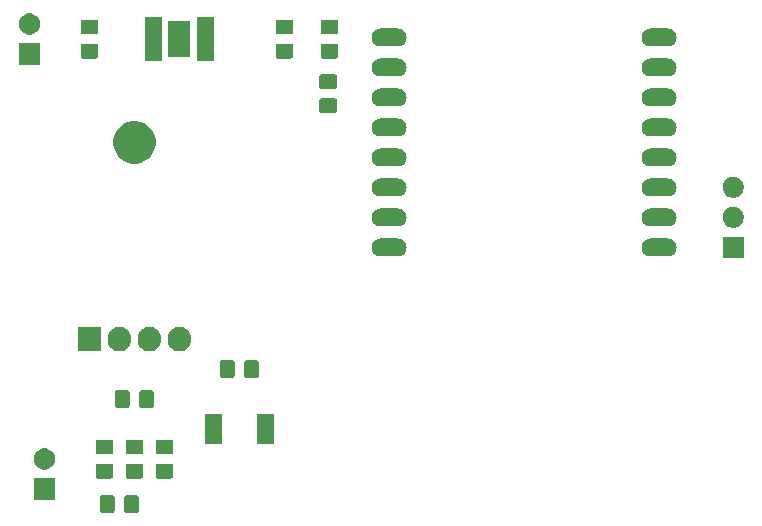
<source format=gbr>
G04 #@! TF.GenerationSoftware,KiCad,Pcbnew,5.1.5+dfsg1-2build2*
G04 #@! TF.CreationDate,2021-09-27T21:09:23+08:00*
G04 #@! TF.ProjectId,esp32-cam,65737033-322d-4636-916d-2e6b69636164,rev?*
G04 #@! TF.SameCoordinates,Original*
G04 #@! TF.FileFunction,Soldermask,Top*
G04 #@! TF.FilePolarity,Negative*
%FSLAX46Y46*%
G04 Gerber Fmt 4.6, Leading zero omitted, Abs format (unit mm)*
G04 Created by KiCad (PCBNEW 5.1.5+dfsg1-2build2) date 2021-09-27 21:09:23*
%MOMM*%
%LPD*%
G04 APERTURE LIST*
%ADD10C,0.100000*%
G04 APERTURE END LIST*
D10*
G36*
X89118674Y-116093465D02*
G01*
X89156367Y-116104899D01*
X89191103Y-116123466D01*
X89221548Y-116148452D01*
X89246534Y-116178897D01*
X89265101Y-116213633D01*
X89276535Y-116251326D01*
X89281000Y-116296661D01*
X89281000Y-117383339D01*
X89276535Y-117428674D01*
X89265101Y-117466367D01*
X89246534Y-117501103D01*
X89221548Y-117531548D01*
X89191103Y-117556534D01*
X89156367Y-117575101D01*
X89118674Y-117586535D01*
X89073339Y-117591000D01*
X88236661Y-117591000D01*
X88191326Y-117586535D01*
X88153633Y-117575101D01*
X88118897Y-117556534D01*
X88088452Y-117531548D01*
X88063466Y-117501103D01*
X88044899Y-117466367D01*
X88033465Y-117428674D01*
X88029000Y-117383339D01*
X88029000Y-116296661D01*
X88033465Y-116251326D01*
X88044899Y-116213633D01*
X88063466Y-116178897D01*
X88088452Y-116148452D01*
X88118897Y-116123466D01*
X88153633Y-116104899D01*
X88191326Y-116093465D01*
X88236661Y-116089000D01*
X89073339Y-116089000D01*
X89118674Y-116093465D01*
G37*
G36*
X87068674Y-116093465D02*
G01*
X87106367Y-116104899D01*
X87141103Y-116123466D01*
X87171548Y-116148452D01*
X87196534Y-116178897D01*
X87215101Y-116213633D01*
X87226535Y-116251326D01*
X87231000Y-116296661D01*
X87231000Y-117383339D01*
X87226535Y-117428674D01*
X87215101Y-117466367D01*
X87196534Y-117501103D01*
X87171548Y-117531548D01*
X87141103Y-117556534D01*
X87106367Y-117575101D01*
X87068674Y-117586535D01*
X87023339Y-117591000D01*
X86186661Y-117591000D01*
X86141326Y-117586535D01*
X86103633Y-117575101D01*
X86068897Y-117556534D01*
X86038452Y-117531548D01*
X86013466Y-117501103D01*
X85994899Y-117466367D01*
X85983465Y-117428674D01*
X85979000Y-117383339D01*
X85979000Y-116296661D01*
X85983465Y-116251326D01*
X85994899Y-116213633D01*
X86013466Y-116178897D01*
X86038452Y-116148452D01*
X86068897Y-116123466D01*
X86103633Y-116104899D01*
X86141326Y-116093465D01*
X86186661Y-116089000D01*
X87023339Y-116089000D01*
X87068674Y-116093465D01*
G37*
G36*
X82181000Y-116471000D02*
G01*
X80379000Y-116471000D01*
X80379000Y-114669000D01*
X82181000Y-114669000D01*
X82181000Y-116471000D01*
G37*
G36*
X89488674Y-113433465D02*
G01*
X89526367Y-113444899D01*
X89561103Y-113463466D01*
X89591548Y-113488452D01*
X89616534Y-113518897D01*
X89635101Y-113553633D01*
X89646535Y-113591326D01*
X89651000Y-113636661D01*
X89651000Y-114473339D01*
X89646535Y-114518674D01*
X89635101Y-114556367D01*
X89616534Y-114591103D01*
X89591548Y-114621548D01*
X89561103Y-114646534D01*
X89526367Y-114665101D01*
X89488674Y-114676535D01*
X89443339Y-114681000D01*
X88356661Y-114681000D01*
X88311326Y-114676535D01*
X88273633Y-114665101D01*
X88238897Y-114646534D01*
X88208452Y-114621548D01*
X88183466Y-114591103D01*
X88164899Y-114556367D01*
X88153465Y-114518674D01*
X88149000Y-114473339D01*
X88149000Y-113636661D01*
X88153465Y-113591326D01*
X88164899Y-113553633D01*
X88183466Y-113518897D01*
X88208452Y-113488452D01*
X88238897Y-113463466D01*
X88273633Y-113444899D01*
X88311326Y-113433465D01*
X88356661Y-113429000D01*
X89443339Y-113429000D01*
X89488674Y-113433465D01*
G37*
G36*
X86948674Y-113433465D02*
G01*
X86986367Y-113444899D01*
X87021103Y-113463466D01*
X87051548Y-113488452D01*
X87076534Y-113518897D01*
X87095101Y-113553633D01*
X87106535Y-113591326D01*
X87111000Y-113636661D01*
X87111000Y-114473339D01*
X87106535Y-114518674D01*
X87095101Y-114556367D01*
X87076534Y-114591103D01*
X87051548Y-114621548D01*
X87021103Y-114646534D01*
X86986367Y-114665101D01*
X86948674Y-114676535D01*
X86903339Y-114681000D01*
X85816661Y-114681000D01*
X85771326Y-114676535D01*
X85733633Y-114665101D01*
X85698897Y-114646534D01*
X85668452Y-114621548D01*
X85643466Y-114591103D01*
X85624899Y-114556367D01*
X85613465Y-114518674D01*
X85609000Y-114473339D01*
X85609000Y-113636661D01*
X85613465Y-113591326D01*
X85624899Y-113553633D01*
X85643466Y-113518897D01*
X85668452Y-113488452D01*
X85698897Y-113463466D01*
X85733633Y-113444899D01*
X85771326Y-113433465D01*
X85816661Y-113429000D01*
X86903339Y-113429000D01*
X86948674Y-113433465D01*
G37*
G36*
X92028674Y-113433465D02*
G01*
X92066367Y-113444899D01*
X92101103Y-113463466D01*
X92131548Y-113488452D01*
X92156534Y-113518897D01*
X92175101Y-113553633D01*
X92186535Y-113591326D01*
X92191000Y-113636661D01*
X92191000Y-114473339D01*
X92186535Y-114518674D01*
X92175101Y-114556367D01*
X92156534Y-114591103D01*
X92131548Y-114621548D01*
X92101103Y-114646534D01*
X92066367Y-114665101D01*
X92028674Y-114676535D01*
X91983339Y-114681000D01*
X90896661Y-114681000D01*
X90851326Y-114676535D01*
X90813633Y-114665101D01*
X90778897Y-114646534D01*
X90748452Y-114621548D01*
X90723466Y-114591103D01*
X90704899Y-114556367D01*
X90693465Y-114518674D01*
X90689000Y-114473339D01*
X90689000Y-113636661D01*
X90693465Y-113591326D01*
X90704899Y-113553633D01*
X90723466Y-113518897D01*
X90748452Y-113488452D01*
X90778897Y-113463466D01*
X90813633Y-113444899D01*
X90851326Y-113433465D01*
X90896661Y-113429000D01*
X91983339Y-113429000D01*
X92028674Y-113433465D01*
G37*
G36*
X81393512Y-112133927D02*
G01*
X81542812Y-112163624D01*
X81706784Y-112231544D01*
X81854354Y-112330147D01*
X81979853Y-112455646D01*
X82078456Y-112603216D01*
X82146376Y-112767188D01*
X82181000Y-112941259D01*
X82181000Y-113118741D01*
X82146376Y-113292812D01*
X82078456Y-113456784D01*
X81979853Y-113604354D01*
X81854354Y-113729853D01*
X81706784Y-113828456D01*
X81542812Y-113896376D01*
X81393512Y-113926073D01*
X81368742Y-113931000D01*
X81191258Y-113931000D01*
X81166488Y-113926073D01*
X81017188Y-113896376D01*
X80853216Y-113828456D01*
X80705646Y-113729853D01*
X80580147Y-113604354D01*
X80481544Y-113456784D01*
X80413624Y-113292812D01*
X80379000Y-113118741D01*
X80379000Y-112941259D01*
X80413624Y-112767188D01*
X80481544Y-112603216D01*
X80580147Y-112455646D01*
X80705646Y-112330147D01*
X80853216Y-112231544D01*
X81017188Y-112163624D01*
X81166488Y-112133927D01*
X81191258Y-112129000D01*
X81368742Y-112129000D01*
X81393512Y-112133927D01*
G37*
G36*
X86948674Y-111383465D02*
G01*
X86986367Y-111394899D01*
X87021103Y-111413466D01*
X87051548Y-111438452D01*
X87076534Y-111468897D01*
X87095101Y-111503633D01*
X87106535Y-111541326D01*
X87111000Y-111586661D01*
X87111000Y-112423339D01*
X87106535Y-112468674D01*
X87095101Y-112506367D01*
X87076534Y-112541103D01*
X87051548Y-112571548D01*
X87021103Y-112596534D01*
X86986367Y-112615101D01*
X86948674Y-112626535D01*
X86903339Y-112631000D01*
X85816661Y-112631000D01*
X85771326Y-112626535D01*
X85733633Y-112615101D01*
X85698897Y-112596534D01*
X85668452Y-112571548D01*
X85643466Y-112541103D01*
X85624899Y-112506367D01*
X85613465Y-112468674D01*
X85609000Y-112423339D01*
X85609000Y-111586661D01*
X85613465Y-111541326D01*
X85624899Y-111503633D01*
X85643466Y-111468897D01*
X85668452Y-111438452D01*
X85698897Y-111413466D01*
X85733633Y-111394899D01*
X85771326Y-111383465D01*
X85816661Y-111379000D01*
X86903339Y-111379000D01*
X86948674Y-111383465D01*
G37*
G36*
X92028674Y-111383465D02*
G01*
X92066367Y-111394899D01*
X92101103Y-111413466D01*
X92131548Y-111438452D01*
X92156534Y-111468897D01*
X92175101Y-111503633D01*
X92186535Y-111541326D01*
X92191000Y-111586661D01*
X92191000Y-112423339D01*
X92186535Y-112468674D01*
X92175101Y-112506367D01*
X92156534Y-112541103D01*
X92131548Y-112571548D01*
X92101103Y-112596534D01*
X92066367Y-112615101D01*
X92028674Y-112626535D01*
X91983339Y-112631000D01*
X90896661Y-112631000D01*
X90851326Y-112626535D01*
X90813633Y-112615101D01*
X90778897Y-112596534D01*
X90748452Y-112571548D01*
X90723466Y-112541103D01*
X90704899Y-112506367D01*
X90693465Y-112468674D01*
X90689000Y-112423339D01*
X90689000Y-111586661D01*
X90693465Y-111541326D01*
X90704899Y-111503633D01*
X90723466Y-111468897D01*
X90748452Y-111438452D01*
X90778897Y-111413466D01*
X90813633Y-111394899D01*
X90851326Y-111383465D01*
X90896661Y-111379000D01*
X91983339Y-111379000D01*
X92028674Y-111383465D01*
G37*
G36*
X89488674Y-111383465D02*
G01*
X89526367Y-111394899D01*
X89561103Y-111413466D01*
X89591548Y-111438452D01*
X89616534Y-111468897D01*
X89635101Y-111503633D01*
X89646535Y-111541326D01*
X89651000Y-111586661D01*
X89651000Y-112423339D01*
X89646535Y-112468674D01*
X89635101Y-112506367D01*
X89616534Y-112541103D01*
X89591548Y-112571548D01*
X89561103Y-112596534D01*
X89526367Y-112615101D01*
X89488674Y-112626535D01*
X89443339Y-112631000D01*
X88356661Y-112631000D01*
X88311326Y-112626535D01*
X88273633Y-112615101D01*
X88238897Y-112596534D01*
X88208452Y-112571548D01*
X88183466Y-112541103D01*
X88164899Y-112506367D01*
X88153465Y-112468674D01*
X88149000Y-112423339D01*
X88149000Y-111586661D01*
X88153465Y-111541326D01*
X88164899Y-111503633D01*
X88183466Y-111468897D01*
X88208452Y-111438452D01*
X88238897Y-111413466D01*
X88273633Y-111394899D01*
X88311326Y-111383465D01*
X88356661Y-111379000D01*
X89443339Y-111379000D01*
X89488674Y-111383465D01*
G37*
G36*
X96291600Y-111719560D02*
G01*
X94868800Y-111719560D01*
X94868800Y-109260440D01*
X96291600Y-109260440D01*
X96291600Y-111719560D01*
G37*
G36*
X100711200Y-111719560D02*
G01*
X99288400Y-111719560D01*
X99288400Y-109260440D01*
X100711200Y-109260440D01*
X100711200Y-111719560D01*
G37*
G36*
X90388674Y-107203465D02*
G01*
X90426367Y-107214899D01*
X90461103Y-107233466D01*
X90491548Y-107258452D01*
X90516534Y-107288897D01*
X90535101Y-107323633D01*
X90546535Y-107361326D01*
X90551000Y-107406661D01*
X90551000Y-108493339D01*
X90546535Y-108538674D01*
X90535101Y-108576367D01*
X90516534Y-108611103D01*
X90491548Y-108641548D01*
X90461103Y-108666534D01*
X90426367Y-108685101D01*
X90388674Y-108696535D01*
X90343339Y-108701000D01*
X89506661Y-108701000D01*
X89461326Y-108696535D01*
X89423633Y-108685101D01*
X89388897Y-108666534D01*
X89358452Y-108641548D01*
X89333466Y-108611103D01*
X89314899Y-108576367D01*
X89303465Y-108538674D01*
X89299000Y-108493339D01*
X89299000Y-107406661D01*
X89303465Y-107361326D01*
X89314899Y-107323633D01*
X89333466Y-107288897D01*
X89358452Y-107258452D01*
X89388897Y-107233466D01*
X89423633Y-107214899D01*
X89461326Y-107203465D01*
X89506661Y-107199000D01*
X90343339Y-107199000D01*
X90388674Y-107203465D01*
G37*
G36*
X88338674Y-107203465D02*
G01*
X88376367Y-107214899D01*
X88411103Y-107233466D01*
X88441548Y-107258452D01*
X88466534Y-107288897D01*
X88485101Y-107323633D01*
X88496535Y-107361326D01*
X88501000Y-107406661D01*
X88501000Y-108493339D01*
X88496535Y-108538674D01*
X88485101Y-108576367D01*
X88466534Y-108611103D01*
X88441548Y-108641548D01*
X88411103Y-108666534D01*
X88376367Y-108685101D01*
X88338674Y-108696535D01*
X88293339Y-108701000D01*
X87456661Y-108701000D01*
X87411326Y-108696535D01*
X87373633Y-108685101D01*
X87338897Y-108666534D01*
X87308452Y-108641548D01*
X87283466Y-108611103D01*
X87264899Y-108576367D01*
X87253465Y-108538674D01*
X87249000Y-108493339D01*
X87249000Y-107406661D01*
X87253465Y-107361326D01*
X87264899Y-107323633D01*
X87283466Y-107288897D01*
X87308452Y-107258452D01*
X87338897Y-107233466D01*
X87373633Y-107214899D01*
X87411326Y-107203465D01*
X87456661Y-107199000D01*
X88293339Y-107199000D01*
X88338674Y-107203465D01*
G37*
G36*
X97228674Y-104663465D02*
G01*
X97266367Y-104674899D01*
X97301103Y-104693466D01*
X97331548Y-104718452D01*
X97356534Y-104748897D01*
X97375101Y-104783633D01*
X97386535Y-104821326D01*
X97391000Y-104866661D01*
X97391000Y-105953339D01*
X97386535Y-105998674D01*
X97375101Y-106036367D01*
X97356534Y-106071103D01*
X97331548Y-106101548D01*
X97301103Y-106126534D01*
X97266367Y-106145101D01*
X97228674Y-106156535D01*
X97183339Y-106161000D01*
X96346661Y-106161000D01*
X96301326Y-106156535D01*
X96263633Y-106145101D01*
X96228897Y-106126534D01*
X96198452Y-106101548D01*
X96173466Y-106071103D01*
X96154899Y-106036367D01*
X96143465Y-105998674D01*
X96139000Y-105953339D01*
X96139000Y-104866661D01*
X96143465Y-104821326D01*
X96154899Y-104783633D01*
X96173466Y-104748897D01*
X96198452Y-104718452D01*
X96228897Y-104693466D01*
X96263633Y-104674899D01*
X96301326Y-104663465D01*
X96346661Y-104659000D01*
X97183339Y-104659000D01*
X97228674Y-104663465D01*
G37*
G36*
X99278674Y-104663465D02*
G01*
X99316367Y-104674899D01*
X99351103Y-104693466D01*
X99381548Y-104718452D01*
X99406534Y-104748897D01*
X99425101Y-104783633D01*
X99436535Y-104821326D01*
X99441000Y-104866661D01*
X99441000Y-105953339D01*
X99436535Y-105998674D01*
X99425101Y-106036367D01*
X99406534Y-106071103D01*
X99381548Y-106101548D01*
X99351103Y-106126534D01*
X99316367Y-106145101D01*
X99278674Y-106156535D01*
X99233339Y-106161000D01*
X98396661Y-106161000D01*
X98351326Y-106156535D01*
X98313633Y-106145101D01*
X98278897Y-106126534D01*
X98248452Y-106101548D01*
X98223466Y-106071103D01*
X98204899Y-106036367D01*
X98193465Y-105998674D01*
X98189000Y-105953339D01*
X98189000Y-104866661D01*
X98193465Y-104821326D01*
X98204899Y-104783633D01*
X98223466Y-104748897D01*
X98248452Y-104718452D01*
X98278897Y-104693466D01*
X98313633Y-104674899D01*
X98351326Y-104663465D01*
X98396661Y-104659000D01*
X99233339Y-104659000D01*
X99278674Y-104663465D01*
G37*
G36*
X92906719Y-101833520D02*
G01*
X93095880Y-101890901D01*
X93095883Y-101890902D01*
X93188333Y-101940318D01*
X93270212Y-101984083D01*
X93423015Y-102109485D01*
X93548417Y-102262288D01*
X93641599Y-102436619D01*
X93698980Y-102625780D01*
X93713500Y-102773206D01*
X93713500Y-102966793D01*
X93698980Y-103114219D01*
X93641599Y-103303380D01*
X93641598Y-103303383D01*
X93592182Y-103395833D01*
X93548417Y-103477712D01*
X93423015Y-103630515D01*
X93270212Y-103755917D01*
X93095881Y-103849099D01*
X92906720Y-103906480D01*
X92710000Y-103925855D01*
X92513281Y-103906480D01*
X92324120Y-103849099D01*
X92149788Y-103755917D01*
X91996985Y-103630515D01*
X91871583Y-103477712D01*
X91778401Y-103303381D01*
X91721020Y-103114220D01*
X91706500Y-102966794D01*
X91706500Y-102773207D01*
X91721020Y-102625781D01*
X91778401Y-102436620D01*
X91778402Y-102436617D01*
X91827818Y-102344167D01*
X91871583Y-102262288D01*
X91996985Y-102109485D01*
X92149788Y-101984083D01*
X92324119Y-101890901D01*
X92513280Y-101833520D01*
X92710000Y-101814145D01*
X92906719Y-101833520D01*
G37*
G36*
X90366719Y-101833520D02*
G01*
X90555880Y-101890901D01*
X90555883Y-101890902D01*
X90648333Y-101940318D01*
X90730212Y-101984083D01*
X90883015Y-102109485D01*
X91008417Y-102262288D01*
X91101599Y-102436619D01*
X91158980Y-102625780D01*
X91173500Y-102773206D01*
X91173500Y-102966793D01*
X91158980Y-103114219D01*
X91101599Y-103303380D01*
X91101598Y-103303383D01*
X91052182Y-103395833D01*
X91008417Y-103477712D01*
X90883015Y-103630515D01*
X90730212Y-103755917D01*
X90555881Y-103849099D01*
X90366720Y-103906480D01*
X90170000Y-103925855D01*
X89973281Y-103906480D01*
X89784120Y-103849099D01*
X89609788Y-103755917D01*
X89456985Y-103630515D01*
X89331583Y-103477712D01*
X89238401Y-103303381D01*
X89181020Y-103114220D01*
X89166500Y-102966794D01*
X89166500Y-102773207D01*
X89181020Y-102625781D01*
X89238401Y-102436620D01*
X89238402Y-102436617D01*
X89287818Y-102344167D01*
X89331583Y-102262288D01*
X89456985Y-102109485D01*
X89609788Y-101984083D01*
X89784119Y-101890901D01*
X89973280Y-101833520D01*
X90170000Y-101814145D01*
X90366719Y-101833520D01*
G37*
G36*
X87826719Y-101833520D02*
G01*
X88015880Y-101890901D01*
X88015883Y-101890902D01*
X88108333Y-101940318D01*
X88190212Y-101984083D01*
X88343015Y-102109485D01*
X88468417Y-102262288D01*
X88561599Y-102436619D01*
X88618980Y-102625780D01*
X88633500Y-102773206D01*
X88633500Y-102966793D01*
X88618980Y-103114219D01*
X88561599Y-103303380D01*
X88561598Y-103303383D01*
X88512182Y-103395833D01*
X88468417Y-103477712D01*
X88343015Y-103630515D01*
X88190212Y-103755917D01*
X88015881Y-103849099D01*
X87826720Y-103906480D01*
X87630000Y-103925855D01*
X87433281Y-103906480D01*
X87244120Y-103849099D01*
X87069788Y-103755917D01*
X86916985Y-103630515D01*
X86791583Y-103477712D01*
X86698401Y-103303381D01*
X86641020Y-103114220D01*
X86626500Y-102966794D01*
X86626500Y-102773207D01*
X86641020Y-102625781D01*
X86698401Y-102436620D01*
X86698402Y-102436617D01*
X86747818Y-102344167D01*
X86791583Y-102262288D01*
X86916985Y-102109485D01*
X87069788Y-101984083D01*
X87244119Y-101890901D01*
X87433280Y-101833520D01*
X87630000Y-101814145D01*
X87826719Y-101833520D01*
G37*
G36*
X86093500Y-103921000D02*
G01*
X84086500Y-103921000D01*
X84086500Y-101819000D01*
X86093500Y-101819000D01*
X86093500Y-103921000D01*
G37*
G36*
X140501000Y-96001000D02*
G01*
X138699000Y-96001000D01*
X138699000Y-94199000D01*
X140501000Y-94199000D01*
X140501000Y-96001000D01*
G37*
G36*
X134134626Y-94363315D02*
G01*
X134190617Y-94368829D01*
X134296908Y-94401072D01*
X134334296Y-94412414D01*
X134466703Y-94483187D01*
X134582764Y-94578436D01*
X134678013Y-94694497D01*
X134748786Y-94826904D01*
X134748787Y-94826908D01*
X134792371Y-94970583D01*
X134807087Y-95120000D01*
X134792371Y-95269417D01*
X134760128Y-95375708D01*
X134748786Y-95413096D01*
X134678013Y-95545503D01*
X134582764Y-95661564D01*
X134466703Y-95756813D01*
X134334296Y-95827586D01*
X134296908Y-95838928D01*
X134190617Y-95871171D01*
X134134626Y-95876686D01*
X134078637Y-95882200D01*
X132581363Y-95882200D01*
X132525374Y-95876686D01*
X132469383Y-95871171D01*
X132363092Y-95838928D01*
X132325704Y-95827586D01*
X132193297Y-95756813D01*
X132077236Y-95661564D01*
X131981987Y-95545503D01*
X131911214Y-95413096D01*
X131899872Y-95375708D01*
X131867629Y-95269417D01*
X131852913Y-95120000D01*
X131867629Y-94970583D01*
X131911213Y-94826908D01*
X131911214Y-94826904D01*
X131981987Y-94694497D01*
X132077236Y-94578436D01*
X132193297Y-94483187D01*
X132325704Y-94412414D01*
X132363092Y-94401072D01*
X132469383Y-94368829D01*
X132525374Y-94363315D01*
X132581363Y-94357800D01*
X134078637Y-94357800D01*
X134134626Y-94363315D01*
G37*
G36*
X111274626Y-94363315D02*
G01*
X111330617Y-94368829D01*
X111436908Y-94401072D01*
X111474296Y-94412414D01*
X111606703Y-94483187D01*
X111722764Y-94578436D01*
X111818013Y-94694497D01*
X111888786Y-94826904D01*
X111888787Y-94826908D01*
X111932371Y-94970583D01*
X111947087Y-95120000D01*
X111932371Y-95269417D01*
X111900128Y-95375708D01*
X111888786Y-95413096D01*
X111818013Y-95545503D01*
X111722764Y-95661564D01*
X111606703Y-95756813D01*
X111474296Y-95827586D01*
X111436908Y-95838928D01*
X111330617Y-95871171D01*
X111274626Y-95876686D01*
X111218637Y-95882200D01*
X109721363Y-95882200D01*
X109665374Y-95876686D01*
X109609383Y-95871171D01*
X109503092Y-95838928D01*
X109465704Y-95827586D01*
X109333297Y-95756813D01*
X109217236Y-95661564D01*
X109121987Y-95545503D01*
X109051214Y-95413096D01*
X109039872Y-95375708D01*
X109007629Y-95269417D01*
X108992913Y-95120000D01*
X109007629Y-94970583D01*
X109051213Y-94826908D01*
X109051214Y-94826904D01*
X109121987Y-94694497D01*
X109217236Y-94578436D01*
X109333297Y-94483187D01*
X109465704Y-94412414D01*
X109503092Y-94401072D01*
X109609383Y-94368829D01*
X109665374Y-94363315D01*
X109721363Y-94357800D01*
X111218637Y-94357800D01*
X111274626Y-94363315D01*
G37*
G36*
X139713512Y-91663927D02*
G01*
X139862812Y-91693624D01*
X140026784Y-91761544D01*
X140174354Y-91860147D01*
X140299853Y-91985646D01*
X140398456Y-92133216D01*
X140466376Y-92297188D01*
X140501000Y-92471259D01*
X140501000Y-92648741D01*
X140466376Y-92822812D01*
X140398456Y-92986784D01*
X140299853Y-93134354D01*
X140174354Y-93259853D01*
X140026784Y-93358456D01*
X139862812Y-93426376D01*
X139713512Y-93456073D01*
X139688742Y-93461000D01*
X139511258Y-93461000D01*
X139486488Y-93456073D01*
X139337188Y-93426376D01*
X139173216Y-93358456D01*
X139025646Y-93259853D01*
X138900147Y-93134354D01*
X138801544Y-92986784D01*
X138733624Y-92822812D01*
X138699000Y-92648741D01*
X138699000Y-92471259D01*
X138733624Y-92297188D01*
X138801544Y-92133216D01*
X138900147Y-91985646D01*
X139025646Y-91860147D01*
X139173216Y-91761544D01*
X139337188Y-91693624D01*
X139486488Y-91663927D01*
X139511258Y-91659000D01*
X139688742Y-91659000D01*
X139713512Y-91663927D01*
G37*
G36*
X134134626Y-91823314D02*
G01*
X134190617Y-91828829D01*
X134293857Y-91860147D01*
X134334296Y-91872414D01*
X134466703Y-91943187D01*
X134582764Y-92038436D01*
X134678013Y-92154497D01*
X134748786Y-92286904D01*
X134751906Y-92297189D01*
X134792371Y-92430583D01*
X134807087Y-92580000D01*
X134792371Y-92729417D01*
X134760128Y-92835708D01*
X134748786Y-92873096D01*
X134678013Y-93005503D01*
X134582764Y-93121564D01*
X134466703Y-93216813D01*
X134334296Y-93287586D01*
X134296908Y-93298928D01*
X134190617Y-93331171D01*
X134134626Y-93336686D01*
X134078637Y-93342200D01*
X132581363Y-93342200D01*
X132525374Y-93336686D01*
X132469383Y-93331171D01*
X132363092Y-93298928D01*
X132325704Y-93287586D01*
X132193297Y-93216813D01*
X132077236Y-93121564D01*
X131981987Y-93005503D01*
X131911214Y-92873096D01*
X131899872Y-92835708D01*
X131867629Y-92729417D01*
X131852913Y-92580000D01*
X131867629Y-92430583D01*
X131908094Y-92297189D01*
X131911214Y-92286904D01*
X131981987Y-92154497D01*
X132077236Y-92038436D01*
X132193297Y-91943187D01*
X132325704Y-91872414D01*
X132366143Y-91860147D01*
X132469383Y-91828829D01*
X132525374Y-91823314D01*
X132581363Y-91817800D01*
X134078637Y-91817800D01*
X134134626Y-91823314D01*
G37*
G36*
X111274626Y-91823314D02*
G01*
X111330617Y-91828829D01*
X111433857Y-91860147D01*
X111474296Y-91872414D01*
X111606703Y-91943187D01*
X111722764Y-92038436D01*
X111818013Y-92154497D01*
X111888786Y-92286904D01*
X111891906Y-92297189D01*
X111932371Y-92430583D01*
X111947087Y-92580000D01*
X111932371Y-92729417D01*
X111900128Y-92835708D01*
X111888786Y-92873096D01*
X111818013Y-93005503D01*
X111722764Y-93121564D01*
X111606703Y-93216813D01*
X111474296Y-93287586D01*
X111436908Y-93298928D01*
X111330617Y-93331171D01*
X111274626Y-93336686D01*
X111218637Y-93342200D01*
X109721363Y-93342200D01*
X109665374Y-93336686D01*
X109609383Y-93331171D01*
X109503092Y-93298928D01*
X109465704Y-93287586D01*
X109333297Y-93216813D01*
X109217236Y-93121564D01*
X109121987Y-93005503D01*
X109051214Y-92873096D01*
X109039872Y-92835708D01*
X109007629Y-92729417D01*
X108992913Y-92580000D01*
X109007629Y-92430583D01*
X109048094Y-92297189D01*
X109051214Y-92286904D01*
X109121987Y-92154497D01*
X109217236Y-92038436D01*
X109333297Y-91943187D01*
X109465704Y-91872414D01*
X109506143Y-91860147D01*
X109609383Y-91828829D01*
X109665374Y-91823314D01*
X109721363Y-91817800D01*
X111218637Y-91817800D01*
X111274626Y-91823314D01*
G37*
G36*
X139713512Y-89123927D02*
G01*
X139862812Y-89153624D01*
X140026784Y-89221544D01*
X140174354Y-89320147D01*
X140299853Y-89445646D01*
X140398456Y-89593216D01*
X140466376Y-89757188D01*
X140501000Y-89931259D01*
X140501000Y-90108741D01*
X140466376Y-90282812D01*
X140398456Y-90446784D01*
X140299853Y-90594354D01*
X140174354Y-90719853D01*
X140026784Y-90818456D01*
X139862812Y-90886376D01*
X139713512Y-90916073D01*
X139688742Y-90921000D01*
X139511258Y-90921000D01*
X139486488Y-90916073D01*
X139337188Y-90886376D01*
X139173216Y-90818456D01*
X139025646Y-90719853D01*
X138900147Y-90594354D01*
X138801544Y-90446784D01*
X138733624Y-90282812D01*
X138699000Y-90108741D01*
X138699000Y-89931259D01*
X138733624Y-89757188D01*
X138801544Y-89593216D01*
X138900147Y-89445646D01*
X139025646Y-89320147D01*
X139173216Y-89221544D01*
X139337188Y-89153624D01*
X139486488Y-89123927D01*
X139511258Y-89119000D01*
X139688742Y-89119000D01*
X139713512Y-89123927D01*
G37*
G36*
X111274626Y-89283314D02*
G01*
X111330617Y-89288829D01*
X111433857Y-89320147D01*
X111474296Y-89332414D01*
X111606703Y-89403187D01*
X111722764Y-89498436D01*
X111818013Y-89614497D01*
X111888786Y-89746904D01*
X111891906Y-89757189D01*
X111932371Y-89890583D01*
X111947087Y-90040000D01*
X111932371Y-90189417D01*
X111900128Y-90295708D01*
X111888786Y-90333096D01*
X111818013Y-90465503D01*
X111722764Y-90581564D01*
X111606703Y-90676813D01*
X111474296Y-90747586D01*
X111436908Y-90758928D01*
X111330617Y-90791171D01*
X111274626Y-90796686D01*
X111218637Y-90802200D01*
X109721363Y-90802200D01*
X109665374Y-90796686D01*
X109609383Y-90791171D01*
X109503092Y-90758928D01*
X109465704Y-90747586D01*
X109333297Y-90676813D01*
X109217236Y-90581564D01*
X109121987Y-90465503D01*
X109051214Y-90333096D01*
X109039872Y-90295708D01*
X109007629Y-90189417D01*
X108992913Y-90040000D01*
X109007629Y-89890583D01*
X109048094Y-89757189D01*
X109051214Y-89746904D01*
X109121987Y-89614497D01*
X109217236Y-89498436D01*
X109333297Y-89403187D01*
X109465704Y-89332414D01*
X109506143Y-89320147D01*
X109609383Y-89288829D01*
X109665374Y-89283314D01*
X109721363Y-89277800D01*
X111218637Y-89277800D01*
X111274626Y-89283314D01*
G37*
G36*
X134134626Y-89283314D02*
G01*
X134190617Y-89288829D01*
X134293857Y-89320147D01*
X134334296Y-89332414D01*
X134466703Y-89403187D01*
X134582764Y-89498436D01*
X134678013Y-89614497D01*
X134748786Y-89746904D01*
X134751906Y-89757189D01*
X134792371Y-89890583D01*
X134807087Y-90040000D01*
X134792371Y-90189417D01*
X134760128Y-90295708D01*
X134748786Y-90333096D01*
X134678013Y-90465503D01*
X134582764Y-90581564D01*
X134466703Y-90676813D01*
X134334296Y-90747586D01*
X134296908Y-90758928D01*
X134190617Y-90791171D01*
X134134626Y-90796686D01*
X134078637Y-90802200D01*
X132581363Y-90802200D01*
X132525374Y-90796686D01*
X132469383Y-90791171D01*
X132363092Y-90758928D01*
X132325704Y-90747586D01*
X132193297Y-90676813D01*
X132077236Y-90581564D01*
X131981987Y-90465503D01*
X131911214Y-90333096D01*
X131899872Y-90295708D01*
X131867629Y-90189417D01*
X131852913Y-90040000D01*
X131867629Y-89890583D01*
X131908094Y-89757189D01*
X131911214Y-89746904D01*
X131981987Y-89614497D01*
X132077236Y-89498436D01*
X132193297Y-89403187D01*
X132325704Y-89332414D01*
X132366143Y-89320147D01*
X132469383Y-89288829D01*
X132525374Y-89283314D01*
X132581363Y-89277800D01*
X134078637Y-89277800D01*
X134134626Y-89283314D01*
G37*
G36*
X111274626Y-86743314D02*
G01*
X111330617Y-86748829D01*
X111436908Y-86781072D01*
X111474296Y-86792414D01*
X111606703Y-86863187D01*
X111722764Y-86958436D01*
X111818013Y-87074497D01*
X111888786Y-87206904D01*
X111888787Y-87206908D01*
X111932371Y-87350583D01*
X111947087Y-87500000D01*
X111932371Y-87649417D01*
X111900128Y-87755708D01*
X111888786Y-87793096D01*
X111818013Y-87925503D01*
X111722764Y-88041564D01*
X111606703Y-88136813D01*
X111474296Y-88207586D01*
X111436908Y-88218928D01*
X111330617Y-88251171D01*
X111274626Y-88256685D01*
X111218637Y-88262200D01*
X109721363Y-88262200D01*
X109665374Y-88256685D01*
X109609383Y-88251171D01*
X109503092Y-88218928D01*
X109465704Y-88207586D01*
X109333297Y-88136813D01*
X109217236Y-88041564D01*
X109121987Y-87925503D01*
X109051214Y-87793096D01*
X109039872Y-87755708D01*
X109007629Y-87649417D01*
X108992913Y-87500000D01*
X109007629Y-87350583D01*
X109051213Y-87206908D01*
X109051214Y-87206904D01*
X109121987Y-87074497D01*
X109217236Y-86958436D01*
X109333297Y-86863187D01*
X109465704Y-86792414D01*
X109503092Y-86781072D01*
X109609383Y-86748829D01*
X109665374Y-86743314D01*
X109721363Y-86737800D01*
X111218637Y-86737800D01*
X111274626Y-86743314D01*
G37*
G36*
X134134626Y-86743314D02*
G01*
X134190617Y-86748829D01*
X134296908Y-86781072D01*
X134334296Y-86792414D01*
X134466703Y-86863187D01*
X134582764Y-86958436D01*
X134678013Y-87074497D01*
X134748786Y-87206904D01*
X134748787Y-87206908D01*
X134792371Y-87350583D01*
X134807087Y-87500000D01*
X134792371Y-87649417D01*
X134760128Y-87755708D01*
X134748786Y-87793096D01*
X134678013Y-87925503D01*
X134582764Y-88041564D01*
X134466703Y-88136813D01*
X134334296Y-88207586D01*
X134296908Y-88218928D01*
X134190617Y-88251171D01*
X134134626Y-88256685D01*
X134078637Y-88262200D01*
X132581363Y-88262200D01*
X132525374Y-88256685D01*
X132469383Y-88251171D01*
X132363092Y-88218928D01*
X132325704Y-88207586D01*
X132193297Y-88136813D01*
X132077236Y-88041564D01*
X131981987Y-87925503D01*
X131911214Y-87793096D01*
X131899872Y-87755708D01*
X131867629Y-87649417D01*
X131852913Y-87500000D01*
X131867629Y-87350583D01*
X131911213Y-87206908D01*
X131911214Y-87206904D01*
X131981987Y-87074497D01*
X132077236Y-86958436D01*
X132193297Y-86863187D01*
X132325704Y-86792414D01*
X132363092Y-86781072D01*
X132469383Y-86748829D01*
X132525374Y-86743314D01*
X132581363Y-86737800D01*
X134078637Y-86737800D01*
X134134626Y-86743314D01*
G37*
G36*
X89425331Y-84478211D02*
G01*
X89753092Y-84613974D01*
X90048070Y-84811072D01*
X90298928Y-85061930D01*
X90496026Y-85356908D01*
X90631789Y-85684669D01*
X90701000Y-86032616D01*
X90701000Y-86387384D01*
X90631789Y-86735331D01*
X90496026Y-87063092D01*
X90298928Y-87358070D01*
X90048070Y-87608928D01*
X89753092Y-87806026D01*
X89425331Y-87941789D01*
X89077384Y-88011000D01*
X88722616Y-88011000D01*
X88374669Y-87941789D01*
X88046908Y-87806026D01*
X87751930Y-87608928D01*
X87501072Y-87358070D01*
X87303974Y-87063092D01*
X87168211Y-86735331D01*
X87099000Y-86387384D01*
X87099000Y-86032616D01*
X87168211Y-85684669D01*
X87303974Y-85356908D01*
X87501072Y-85061930D01*
X87751930Y-84811072D01*
X88046908Y-84613974D01*
X88374669Y-84478211D01*
X88722616Y-84409000D01*
X89077384Y-84409000D01*
X89425331Y-84478211D01*
G37*
G36*
X134134626Y-84203314D02*
G01*
X134190617Y-84208829D01*
X134296908Y-84241072D01*
X134334296Y-84252414D01*
X134466703Y-84323187D01*
X134582764Y-84418436D01*
X134678013Y-84534497D01*
X134748786Y-84666904D01*
X134748787Y-84666908D01*
X134792371Y-84810583D01*
X134807087Y-84960000D01*
X134792371Y-85109417D01*
X134760128Y-85215708D01*
X134748786Y-85253096D01*
X134678013Y-85385503D01*
X134582764Y-85501564D01*
X134466703Y-85596813D01*
X134334296Y-85667586D01*
X134296908Y-85678928D01*
X134190617Y-85711171D01*
X134134626Y-85716685D01*
X134078637Y-85722200D01*
X132581363Y-85722200D01*
X132525374Y-85716685D01*
X132469383Y-85711171D01*
X132363092Y-85678928D01*
X132325704Y-85667586D01*
X132193297Y-85596813D01*
X132077236Y-85501564D01*
X131981987Y-85385503D01*
X131911214Y-85253096D01*
X131899872Y-85215708D01*
X131867629Y-85109417D01*
X131852913Y-84960000D01*
X131867629Y-84810583D01*
X131911213Y-84666908D01*
X131911214Y-84666904D01*
X131981987Y-84534497D01*
X132077236Y-84418436D01*
X132193297Y-84323187D01*
X132325704Y-84252414D01*
X132363092Y-84241072D01*
X132469383Y-84208829D01*
X132525374Y-84203314D01*
X132581363Y-84197800D01*
X134078637Y-84197800D01*
X134134626Y-84203314D01*
G37*
G36*
X111274626Y-84203314D02*
G01*
X111330617Y-84208829D01*
X111436908Y-84241072D01*
X111474296Y-84252414D01*
X111606703Y-84323187D01*
X111722764Y-84418436D01*
X111818013Y-84534497D01*
X111888786Y-84666904D01*
X111888787Y-84666908D01*
X111932371Y-84810583D01*
X111947087Y-84960000D01*
X111932371Y-85109417D01*
X111900128Y-85215708D01*
X111888786Y-85253096D01*
X111818013Y-85385503D01*
X111722764Y-85501564D01*
X111606703Y-85596813D01*
X111474296Y-85667586D01*
X111436908Y-85678928D01*
X111330617Y-85711171D01*
X111274626Y-85716685D01*
X111218637Y-85722200D01*
X109721363Y-85722200D01*
X109665374Y-85716685D01*
X109609383Y-85711171D01*
X109503092Y-85678928D01*
X109465704Y-85667586D01*
X109333297Y-85596813D01*
X109217236Y-85501564D01*
X109121987Y-85385503D01*
X109051214Y-85253096D01*
X109039872Y-85215708D01*
X109007629Y-85109417D01*
X108992913Y-84960000D01*
X109007629Y-84810583D01*
X109051213Y-84666908D01*
X109051214Y-84666904D01*
X109121987Y-84534497D01*
X109217236Y-84418436D01*
X109333297Y-84323187D01*
X109465704Y-84252414D01*
X109503092Y-84241072D01*
X109609383Y-84208829D01*
X109665374Y-84203314D01*
X109721363Y-84197800D01*
X111218637Y-84197800D01*
X111274626Y-84203314D01*
G37*
G36*
X105888674Y-82503465D02*
G01*
X105926367Y-82514899D01*
X105961103Y-82533466D01*
X105991548Y-82558452D01*
X106016534Y-82588897D01*
X106035101Y-82623633D01*
X106046535Y-82661326D01*
X106051000Y-82706661D01*
X106051000Y-83543339D01*
X106046535Y-83588674D01*
X106035101Y-83626367D01*
X106016534Y-83661103D01*
X105991548Y-83691548D01*
X105961103Y-83716534D01*
X105926367Y-83735101D01*
X105888674Y-83746535D01*
X105843339Y-83751000D01*
X104756661Y-83751000D01*
X104711326Y-83746535D01*
X104673633Y-83735101D01*
X104638897Y-83716534D01*
X104608452Y-83691548D01*
X104583466Y-83661103D01*
X104564899Y-83626367D01*
X104553465Y-83588674D01*
X104549000Y-83543339D01*
X104549000Y-82706661D01*
X104553465Y-82661326D01*
X104564899Y-82623633D01*
X104583466Y-82588897D01*
X104608452Y-82558452D01*
X104638897Y-82533466D01*
X104673633Y-82514899D01*
X104711326Y-82503465D01*
X104756661Y-82499000D01*
X105843339Y-82499000D01*
X105888674Y-82503465D01*
G37*
G36*
X134134626Y-81663315D02*
G01*
X134190617Y-81668829D01*
X134279428Y-81695770D01*
X134334296Y-81712414D01*
X134466703Y-81783187D01*
X134582764Y-81878436D01*
X134678013Y-81994497D01*
X134748786Y-82126904D01*
X134748787Y-82126908D01*
X134792371Y-82270583D01*
X134807087Y-82420000D01*
X134792371Y-82569417D01*
X134764490Y-82661326D01*
X134748786Y-82713096D01*
X134678013Y-82845503D01*
X134582764Y-82961564D01*
X134466703Y-83056813D01*
X134334296Y-83127586D01*
X134296908Y-83138928D01*
X134190617Y-83171171D01*
X134134626Y-83176686D01*
X134078637Y-83182200D01*
X132581363Y-83182200D01*
X132525374Y-83176686D01*
X132469383Y-83171171D01*
X132363092Y-83138928D01*
X132325704Y-83127586D01*
X132193297Y-83056813D01*
X132077236Y-82961564D01*
X131981987Y-82845503D01*
X131911214Y-82713096D01*
X131895510Y-82661326D01*
X131867629Y-82569417D01*
X131852913Y-82420000D01*
X131867629Y-82270583D01*
X131911213Y-82126908D01*
X131911214Y-82126904D01*
X131981987Y-81994497D01*
X132077236Y-81878436D01*
X132193297Y-81783187D01*
X132325704Y-81712414D01*
X132380572Y-81695770D01*
X132469383Y-81668829D01*
X132525374Y-81663315D01*
X132581363Y-81657800D01*
X134078637Y-81657800D01*
X134134626Y-81663315D01*
G37*
G36*
X111274626Y-81663315D02*
G01*
X111330617Y-81668829D01*
X111419428Y-81695770D01*
X111474296Y-81712414D01*
X111606703Y-81783187D01*
X111722764Y-81878436D01*
X111818013Y-81994497D01*
X111888786Y-82126904D01*
X111888787Y-82126908D01*
X111932371Y-82270583D01*
X111947087Y-82420000D01*
X111932371Y-82569417D01*
X111904490Y-82661326D01*
X111888786Y-82713096D01*
X111818013Y-82845503D01*
X111722764Y-82961564D01*
X111606703Y-83056813D01*
X111474296Y-83127586D01*
X111436908Y-83138928D01*
X111330617Y-83171171D01*
X111274626Y-83176686D01*
X111218637Y-83182200D01*
X109721363Y-83182200D01*
X109665374Y-83176686D01*
X109609383Y-83171171D01*
X109503092Y-83138928D01*
X109465704Y-83127586D01*
X109333297Y-83056813D01*
X109217236Y-82961564D01*
X109121987Y-82845503D01*
X109051214Y-82713096D01*
X109035510Y-82661326D01*
X109007629Y-82569417D01*
X108992913Y-82420000D01*
X109007629Y-82270583D01*
X109051213Y-82126908D01*
X109051214Y-82126904D01*
X109121987Y-81994497D01*
X109217236Y-81878436D01*
X109333297Y-81783187D01*
X109465704Y-81712414D01*
X109520572Y-81695770D01*
X109609383Y-81668829D01*
X109665374Y-81663315D01*
X109721363Y-81657800D01*
X111218637Y-81657800D01*
X111274626Y-81663315D01*
G37*
G36*
X105888674Y-80453465D02*
G01*
X105926367Y-80464899D01*
X105961103Y-80483466D01*
X105991548Y-80508452D01*
X106016534Y-80538897D01*
X106035101Y-80573633D01*
X106046535Y-80611326D01*
X106051000Y-80656661D01*
X106051000Y-81493339D01*
X106046535Y-81538674D01*
X106035101Y-81576367D01*
X106016534Y-81611103D01*
X105991548Y-81641548D01*
X105961103Y-81666534D01*
X105926367Y-81685101D01*
X105888674Y-81696535D01*
X105843339Y-81701000D01*
X104756661Y-81701000D01*
X104711326Y-81696535D01*
X104673633Y-81685101D01*
X104638897Y-81666534D01*
X104608452Y-81641548D01*
X104583466Y-81611103D01*
X104564899Y-81576367D01*
X104553465Y-81538674D01*
X104549000Y-81493339D01*
X104549000Y-80656661D01*
X104553465Y-80611326D01*
X104564899Y-80573633D01*
X104583466Y-80538897D01*
X104608452Y-80508452D01*
X104638897Y-80483466D01*
X104673633Y-80464899D01*
X104711326Y-80453465D01*
X104756661Y-80449000D01*
X105843339Y-80449000D01*
X105888674Y-80453465D01*
G37*
G36*
X134134626Y-79123315D02*
G01*
X134190617Y-79128829D01*
X134296908Y-79161072D01*
X134334296Y-79172414D01*
X134466703Y-79243187D01*
X134582764Y-79338436D01*
X134678013Y-79454497D01*
X134748786Y-79586904D01*
X134748787Y-79586908D01*
X134792371Y-79730583D01*
X134807087Y-79880000D01*
X134792371Y-80029417D01*
X134760128Y-80135708D01*
X134748786Y-80173096D01*
X134678013Y-80305503D01*
X134582764Y-80421564D01*
X134466703Y-80516813D01*
X134334296Y-80587586D01*
X134296908Y-80598928D01*
X134190617Y-80631171D01*
X134134626Y-80636686D01*
X134078637Y-80642200D01*
X132581363Y-80642200D01*
X132525374Y-80636686D01*
X132469383Y-80631171D01*
X132363092Y-80598928D01*
X132325704Y-80587586D01*
X132193297Y-80516813D01*
X132077236Y-80421564D01*
X131981987Y-80305503D01*
X131911214Y-80173096D01*
X131899872Y-80135708D01*
X131867629Y-80029417D01*
X131852913Y-79880000D01*
X131867629Y-79730583D01*
X131911213Y-79586908D01*
X131911214Y-79586904D01*
X131981987Y-79454497D01*
X132077236Y-79338436D01*
X132193297Y-79243187D01*
X132325704Y-79172414D01*
X132363092Y-79161072D01*
X132469383Y-79128829D01*
X132525374Y-79123315D01*
X132581363Y-79117800D01*
X134078637Y-79117800D01*
X134134626Y-79123315D01*
G37*
G36*
X111274626Y-79123315D02*
G01*
X111330617Y-79128829D01*
X111436908Y-79161072D01*
X111474296Y-79172414D01*
X111606703Y-79243187D01*
X111722764Y-79338436D01*
X111818013Y-79454497D01*
X111888786Y-79586904D01*
X111888787Y-79586908D01*
X111932371Y-79730583D01*
X111947087Y-79880000D01*
X111932371Y-80029417D01*
X111900128Y-80135708D01*
X111888786Y-80173096D01*
X111818013Y-80305503D01*
X111722764Y-80421564D01*
X111606703Y-80516813D01*
X111474296Y-80587586D01*
X111436908Y-80598928D01*
X111330617Y-80631171D01*
X111274626Y-80636686D01*
X111218637Y-80642200D01*
X109721363Y-80642200D01*
X109665374Y-80636686D01*
X109609383Y-80631171D01*
X109503092Y-80598928D01*
X109465704Y-80587586D01*
X109333297Y-80516813D01*
X109217236Y-80421564D01*
X109121987Y-80305503D01*
X109051214Y-80173096D01*
X109039872Y-80135708D01*
X109007629Y-80029417D01*
X108992913Y-79880000D01*
X109007629Y-79730583D01*
X109051213Y-79586908D01*
X109051214Y-79586904D01*
X109121987Y-79454497D01*
X109217236Y-79338436D01*
X109333297Y-79243187D01*
X109465704Y-79172414D01*
X109503092Y-79161072D01*
X109609383Y-79128829D01*
X109665374Y-79123315D01*
X109721363Y-79117800D01*
X111218637Y-79117800D01*
X111274626Y-79123315D01*
G37*
G36*
X80911000Y-79641000D02*
G01*
X79109000Y-79641000D01*
X79109000Y-77839000D01*
X80911000Y-77839000D01*
X80911000Y-79641000D01*
G37*
G36*
X95643900Y-79362500D02*
G01*
X94208400Y-79362500D01*
X94208400Y-75577500D01*
X95643900Y-75577500D01*
X95643900Y-79362500D01*
G37*
G36*
X91211600Y-79362500D02*
G01*
X89776100Y-79362500D01*
X89776100Y-75577500D01*
X91211600Y-75577500D01*
X91211600Y-79362500D01*
G37*
G36*
X85678674Y-77873465D02*
G01*
X85716367Y-77884899D01*
X85751103Y-77903466D01*
X85781548Y-77928452D01*
X85806534Y-77958897D01*
X85825101Y-77993633D01*
X85836535Y-78031326D01*
X85841000Y-78076661D01*
X85841000Y-78913339D01*
X85836535Y-78958674D01*
X85825101Y-78996367D01*
X85806534Y-79031103D01*
X85781548Y-79061548D01*
X85751103Y-79086534D01*
X85716367Y-79105101D01*
X85678674Y-79116535D01*
X85633339Y-79121000D01*
X84546661Y-79121000D01*
X84501326Y-79116535D01*
X84463633Y-79105101D01*
X84428897Y-79086534D01*
X84398452Y-79061548D01*
X84373466Y-79031103D01*
X84354899Y-78996367D01*
X84343465Y-78958674D01*
X84339000Y-78913339D01*
X84339000Y-78076661D01*
X84343465Y-78031326D01*
X84354899Y-77993633D01*
X84373466Y-77958897D01*
X84398452Y-77928452D01*
X84428897Y-77903466D01*
X84463633Y-77884899D01*
X84501326Y-77873465D01*
X84546661Y-77869000D01*
X85633339Y-77869000D01*
X85678674Y-77873465D01*
G37*
G36*
X102188674Y-77873465D02*
G01*
X102226367Y-77884899D01*
X102261103Y-77903466D01*
X102291548Y-77928452D01*
X102316534Y-77958897D01*
X102335101Y-77993633D01*
X102346535Y-78031326D01*
X102351000Y-78076661D01*
X102351000Y-78913339D01*
X102346535Y-78958674D01*
X102335101Y-78996367D01*
X102316534Y-79031103D01*
X102291548Y-79061548D01*
X102261103Y-79086534D01*
X102226367Y-79105101D01*
X102188674Y-79116535D01*
X102143339Y-79121000D01*
X101056661Y-79121000D01*
X101011326Y-79116535D01*
X100973633Y-79105101D01*
X100938897Y-79086534D01*
X100908452Y-79061548D01*
X100883466Y-79031103D01*
X100864899Y-78996367D01*
X100853465Y-78958674D01*
X100849000Y-78913339D01*
X100849000Y-78076661D01*
X100853465Y-78031326D01*
X100864899Y-77993633D01*
X100883466Y-77958897D01*
X100908452Y-77928452D01*
X100938897Y-77903466D01*
X100973633Y-77884899D01*
X101011326Y-77873465D01*
X101056661Y-77869000D01*
X102143339Y-77869000D01*
X102188674Y-77873465D01*
G37*
G36*
X105998674Y-77873465D02*
G01*
X106036367Y-77884899D01*
X106071103Y-77903466D01*
X106101548Y-77928452D01*
X106126534Y-77958897D01*
X106145101Y-77993633D01*
X106156535Y-78031326D01*
X106161000Y-78076661D01*
X106161000Y-78913339D01*
X106156535Y-78958674D01*
X106145101Y-78996367D01*
X106126534Y-79031103D01*
X106101548Y-79061548D01*
X106071103Y-79086534D01*
X106036367Y-79105101D01*
X105998674Y-79116535D01*
X105953339Y-79121000D01*
X104866661Y-79121000D01*
X104821326Y-79116535D01*
X104783633Y-79105101D01*
X104748897Y-79086534D01*
X104718452Y-79061548D01*
X104693466Y-79031103D01*
X104674899Y-78996367D01*
X104663465Y-78958674D01*
X104659000Y-78913339D01*
X104659000Y-78076661D01*
X104663465Y-78031326D01*
X104674899Y-77993633D01*
X104693466Y-77958897D01*
X104718452Y-77928452D01*
X104748897Y-77903466D01*
X104783633Y-77884899D01*
X104821326Y-77873465D01*
X104866661Y-77869000D01*
X105953339Y-77869000D01*
X105998674Y-77873465D01*
G37*
G36*
X93637300Y-78994200D02*
G01*
X91782700Y-78994200D01*
X91782700Y-75945800D01*
X93637300Y-75945800D01*
X93637300Y-78994200D01*
G37*
G36*
X111274626Y-76583314D02*
G01*
X111330617Y-76588829D01*
X111436908Y-76621072D01*
X111474296Y-76632414D01*
X111606703Y-76703187D01*
X111722764Y-76798436D01*
X111818013Y-76914497D01*
X111888786Y-77046904D01*
X111894509Y-77065770D01*
X111932371Y-77190583D01*
X111947087Y-77340000D01*
X111932371Y-77489417D01*
X111920600Y-77528220D01*
X111888786Y-77633096D01*
X111818013Y-77765503D01*
X111722764Y-77881564D01*
X111606703Y-77976813D01*
X111474296Y-78047586D01*
X111436908Y-78058928D01*
X111330617Y-78091171D01*
X111274626Y-78096686D01*
X111218637Y-78102200D01*
X109721363Y-78102200D01*
X109665374Y-78096686D01*
X109609383Y-78091171D01*
X109503092Y-78058928D01*
X109465704Y-78047586D01*
X109333297Y-77976813D01*
X109217236Y-77881564D01*
X109121987Y-77765503D01*
X109051214Y-77633096D01*
X109019400Y-77528220D01*
X109007629Y-77489417D01*
X108992913Y-77340000D01*
X109007629Y-77190583D01*
X109045491Y-77065770D01*
X109051214Y-77046904D01*
X109121987Y-76914497D01*
X109217236Y-76798436D01*
X109333297Y-76703187D01*
X109465704Y-76632414D01*
X109503092Y-76621072D01*
X109609383Y-76588829D01*
X109665374Y-76583314D01*
X109721363Y-76577800D01*
X111218637Y-76577800D01*
X111274626Y-76583314D01*
G37*
G36*
X134134626Y-76583314D02*
G01*
X134190617Y-76588829D01*
X134296908Y-76621072D01*
X134334296Y-76632414D01*
X134466703Y-76703187D01*
X134582764Y-76798436D01*
X134678013Y-76914497D01*
X134748786Y-77046904D01*
X134754509Y-77065770D01*
X134792371Y-77190583D01*
X134807087Y-77340000D01*
X134792371Y-77489417D01*
X134780600Y-77528220D01*
X134748786Y-77633096D01*
X134678013Y-77765503D01*
X134582764Y-77881564D01*
X134466703Y-77976813D01*
X134334296Y-78047586D01*
X134296908Y-78058928D01*
X134190617Y-78091171D01*
X134134626Y-78096686D01*
X134078637Y-78102200D01*
X132581363Y-78102200D01*
X132525374Y-78096686D01*
X132469383Y-78091171D01*
X132363092Y-78058928D01*
X132325704Y-78047586D01*
X132193297Y-77976813D01*
X132077236Y-77881564D01*
X131981987Y-77765503D01*
X131911214Y-77633096D01*
X131879400Y-77528220D01*
X131867629Y-77489417D01*
X131852913Y-77340000D01*
X131867629Y-77190583D01*
X131905491Y-77065770D01*
X131911214Y-77046904D01*
X131981987Y-76914497D01*
X132077236Y-76798436D01*
X132193297Y-76703187D01*
X132325704Y-76632414D01*
X132363092Y-76621072D01*
X132469383Y-76588829D01*
X132525374Y-76583314D01*
X132581363Y-76577800D01*
X134078637Y-76577800D01*
X134134626Y-76583314D01*
G37*
G36*
X80123512Y-75303927D02*
G01*
X80272812Y-75333624D01*
X80436784Y-75401544D01*
X80584354Y-75500147D01*
X80709853Y-75625646D01*
X80808456Y-75773216D01*
X80876376Y-75937188D01*
X80911000Y-76111259D01*
X80911000Y-76288741D01*
X80876376Y-76462812D01*
X80808456Y-76626784D01*
X80709853Y-76774354D01*
X80584354Y-76899853D01*
X80436784Y-76998456D01*
X80272812Y-77066376D01*
X80123512Y-77096073D01*
X80098742Y-77101000D01*
X79921258Y-77101000D01*
X79896488Y-77096073D01*
X79747188Y-77066376D01*
X79583216Y-76998456D01*
X79435646Y-76899853D01*
X79310147Y-76774354D01*
X79211544Y-76626784D01*
X79143624Y-76462812D01*
X79109000Y-76288741D01*
X79109000Y-76111259D01*
X79143624Y-75937188D01*
X79211544Y-75773216D01*
X79310147Y-75625646D01*
X79435646Y-75500147D01*
X79583216Y-75401544D01*
X79747188Y-75333624D01*
X79896488Y-75303927D01*
X79921258Y-75299000D01*
X80098742Y-75299000D01*
X80123512Y-75303927D01*
G37*
G36*
X102188674Y-75823465D02*
G01*
X102226367Y-75834899D01*
X102261103Y-75853466D01*
X102291548Y-75878452D01*
X102316534Y-75908897D01*
X102335101Y-75943633D01*
X102346535Y-75981326D01*
X102351000Y-76026661D01*
X102351000Y-76863339D01*
X102346535Y-76908674D01*
X102335101Y-76946367D01*
X102316534Y-76981103D01*
X102291548Y-77011548D01*
X102261103Y-77036534D01*
X102226367Y-77055101D01*
X102188674Y-77066535D01*
X102143339Y-77071000D01*
X101056661Y-77071000D01*
X101011326Y-77066535D01*
X100973633Y-77055101D01*
X100938897Y-77036534D01*
X100908452Y-77011548D01*
X100883466Y-76981103D01*
X100864899Y-76946367D01*
X100853465Y-76908674D01*
X100849000Y-76863339D01*
X100849000Y-76026661D01*
X100853465Y-75981326D01*
X100864899Y-75943633D01*
X100883466Y-75908897D01*
X100908452Y-75878452D01*
X100938897Y-75853466D01*
X100973633Y-75834899D01*
X101011326Y-75823465D01*
X101056661Y-75819000D01*
X102143339Y-75819000D01*
X102188674Y-75823465D01*
G37*
G36*
X85678674Y-75823465D02*
G01*
X85716367Y-75834899D01*
X85751103Y-75853466D01*
X85781548Y-75878452D01*
X85806534Y-75908897D01*
X85825101Y-75943633D01*
X85836535Y-75981326D01*
X85841000Y-76026661D01*
X85841000Y-76863339D01*
X85836535Y-76908674D01*
X85825101Y-76946367D01*
X85806534Y-76981103D01*
X85781548Y-77011548D01*
X85751103Y-77036534D01*
X85716367Y-77055101D01*
X85678674Y-77066535D01*
X85633339Y-77071000D01*
X84546661Y-77071000D01*
X84501326Y-77066535D01*
X84463633Y-77055101D01*
X84428897Y-77036534D01*
X84398452Y-77011548D01*
X84373466Y-76981103D01*
X84354899Y-76946367D01*
X84343465Y-76908674D01*
X84339000Y-76863339D01*
X84339000Y-76026661D01*
X84343465Y-75981326D01*
X84354899Y-75943633D01*
X84373466Y-75908897D01*
X84398452Y-75878452D01*
X84428897Y-75853466D01*
X84463633Y-75834899D01*
X84501326Y-75823465D01*
X84546661Y-75819000D01*
X85633339Y-75819000D01*
X85678674Y-75823465D01*
G37*
G36*
X105998674Y-75823465D02*
G01*
X106036367Y-75834899D01*
X106071103Y-75853466D01*
X106101548Y-75878452D01*
X106126534Y-75908897D01*
X106145101Y-75943633D01*
X106156535Y-75981326D01*
X106161000Y-76026661D01*
X106161000Y-76863339D01*
X106156535Y-76908674D01*
X106145101Y-76946367D01*
X106126534Y-76981103D01*
X106101548Y-77011548D01*
X106071103Y-77036534D01*
X106036367Y-77055101D01*
X105998674Y-77066535D01*
X105953339Y-77071000D01*
X104866661Y-77071000D01*
X104821326Y-77066535D01*
X104783633Y-77055101D01*
X104748897Y-77036534D01*
X104718452Y-77011548D01*
X104693466Y-76981103D01*
X104674899Y-76946367D01*
X104663465Y-76908674D01*
X104659000Y-76863339D01*
X104659000Y-76026661D01*
X104663465Y-75981326D01*
X104674899Y-75943633D01*
X104693466Y-75908897D01*
X104718452Y-75878452D01*
X104748897Y-75853466D01*
X104783633Y-75834899D01*
X104821326Y-75823465D01*
X104866661Y-75819000D01*
X105953339Y-75819000D01*
X105998674Y-75823465D01*
G37*
M02*

</source>
